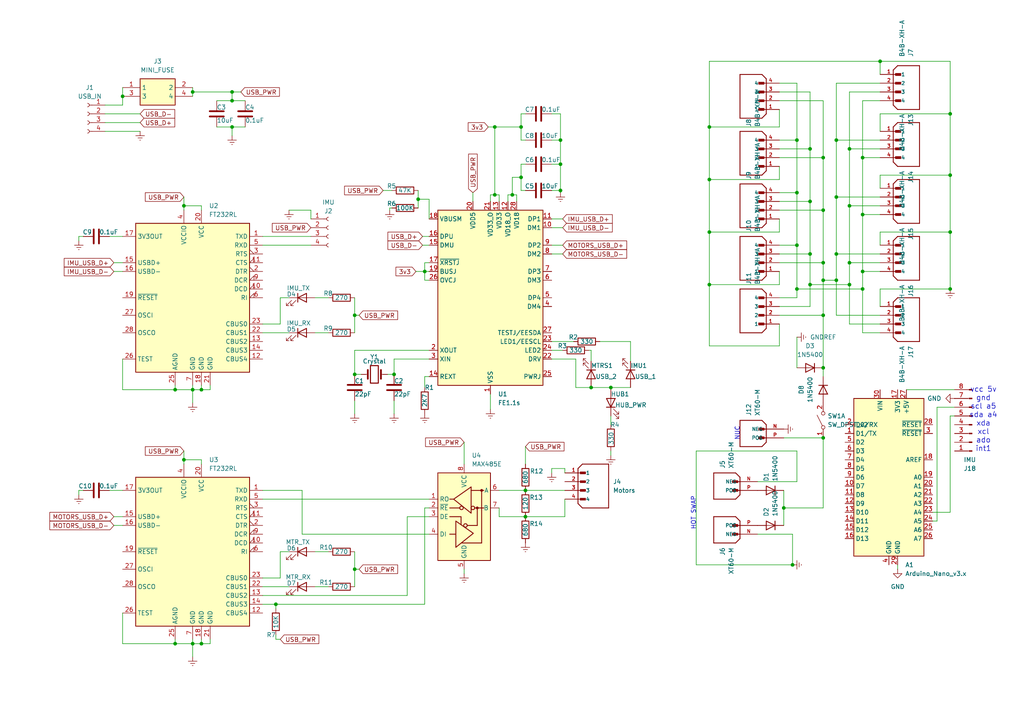
<source format=kicad_sch>
(kicad_sch (version 20231120) (generator "eeschema") (generator_version "8.0")
  (paper "A4")
  (title_block (title "Communication Board for Humanoid Robot"))
  (junction (at 275.59 83.82))
  (junction (at 275.59 33.02))
  (junction (at 242.57 73.66))
  (junction (at 238.76 91.44))
  (junction (at 231.14 71.12))
  (junction (at 242.57 40.64))
  (junction (at 234.95 43.18))
  (junction (at 234.95 82.55))
  (junction (at 238.76 60.96))
  (junction (at 250.19 78.74))
  (junction (at 50.8 186.69))
  (junction (at 231.14 83.82))
  (junction (at 177.165 112.395))
  (junction (at 53.34 133.35))
  (junction (at 238.76 81.28))
  (junction (at 102.87 165.1))
  (junction (at 58.42 186.69))
  (junction (at 231.14 55.88))
  (junction (at 242.57 81.28))
  (junction (at 238.76 45.72))
  (junction (at 234.95 58.42))
  (junction (at 102.87 108.585))
  (junction (at 250.19 45.72))
  (junction (at 229.87 163.83))
  (junction (at 162.56 55.245))
  (junction (at 114.3 108.585))
  (junction (at 246.38 59.69))
  (junction (at 55.88 113.03))
  (junction (at 55.88 186.69))
  (junction (at 205.74 52.07))
  (junction (at 151.13 36.83))
  (junction (at 275.59 50.8))
  (junction (at 227.33 147.32))
  (junction (at 231.14 40.64))
  (junction (at 102.87 91.44))
  (junction (at 151.13 51.435))
  (junction (at 246.38 82.55))
  (junction (at 205.74 67.31))
  (junction (at 143.51 36.83))
  (junction (at 148.59 56.515))
  (junction (at 238.76 76.2))
  (junction (at 80.01 175.26))
  (junction (at 255.27 17.78))
  (junction (at 250.19 83.82))
  (junction (at 250.19 62.23))
  (junction (at 162.56 40.64))
  (junction (at 123.19 78.74))
  (junction (at 162.56 47.625))
  (junction (at 35.56 27.94))
  (junction (at 55.88 26.67))
  (junction (at 234.95 73.66))
  (junction (at 246.38 76.2))
  (junction (at 275.59 67.31))
  (junction (at 171.45 112.395))
  (junction (at 50.8 113.03))
  (junction (at 121.285 57.785))
  (junction (at 143.51 56.515))
  (junction (at 67.31 36.83))
  (junction (at 242.57 57.15))
  (junction (at 246.38 43.18))
  (junction (at 67.31 26.67))
  (junction (at 53.34 59.69))
  (junction (at 205.74 82.55))
  (junction (at 238.76 106.68))
  (junction (at 238.76 127))
  (junction (at 152.4 149.86))
  (junction (at 58.42 113.03))
  (junction (at 67.31 29.21))
  (junction (at 152.4 142.24))
  (junction (at 205.74 36.83))
  (wire (pts (xy 50.8 186.69) (xy 55.88 186.69)))
  (wire (pts (xy 67.31 26.67) (xy 67.31 29.21)))
  (wire (pts (xy 118.11 172.72) (xy 118.11 149.86)))
  (wire (pts (xy 162.56 55.245) (xy 160.02 55.245)))
  (wire (pts (xy 95.25 160.02) (xy 91.44 160.02)))
  (wire (pts (xy 60.96 111.76) (xy 60.96 113.03)))
  (wire (pts (xy 238.76 106.68) (xy 238.76 109.22)))
  (wire (pts (xy 102.87 91.44) (xy 102.87 86.36)))
  (wire (pts (xy 231.14 83.82) (xy 231.14 71.12)))
  (wire (pts (xy 163.83 135.89) (xy 160.02 135.89)))
  (wire (pts (xy 234.95 43.18) (xy 234.95 26.67)))
  (wire (pts (xy 114.3 120.015) (xy 114.3 116.205)))
  (wire (pts (xy 275.59 50.8) (xy 275.59 67.31)))
  (wire (pts (xy 53.34 57.15) (xy 53.34 59.69)))
  (wire (pts (xy 163.83 137.16) (xy 163.83 135.89)))
  (wire (pts (xy 144.78 56.515) (xy 144.78 58.42)))
  (wire (pts (xy 76.2 172.72) (xy 118.11 172.72)))
  (wire (pts (xy 205.74 52.07) (xy 205.74 36.83)))
  (wire (pts (xy 238.76 127) (xy 238.76 147.32)))
  (wire (pts (xy 231.14 40.64) (xy 231.14 24.13)))
  (wire (pts (xy 33.02 152.4) (xy 35.56 152.4)))
  (wire (pts (xy 275.59 120.65) (xy 276.86 120.65)))
  (wire (pts (xy 60.96 186.69) (xy 58.42 186.69)))
  (wire (pts (xy 76.2 175.26) (xy 80.01 175.26)))
  (wire (pts (xy 80.01 185.42) (xy 80.01 184.15)))
  (wire (pts (xy 205.74 100.33) (xy 205.74 82.55)))
  (wire (pts (xy 144.78 142.24) (xy 152.4 142.24)))
  (wire (pts (xy 229.87 163.83) (xy 229.87 154.94)))
  (wire (pts (xy 123.19 76.2) (xy 123.19 78.74)))
  (wire (pts (xy 231.14 83.82) (xy 250.19 83.82)))
  (wire (pts (xy 226.06 86.36) (xy 231.14 86.36)))
  (wire (pts (xy 255.27 78.74) (xy 250.19 78.74)))
  (wire (pts (xy 31.75 142.24) (xy 35.56 142.24)))
  (wire (pts (xy 275.59 33.02) (xy 275.59 50.8)))
  (wire (pts (xy 151.13 33.02) (xy 151.13 36.83)))
  (wire (pts (xy 55.88 25.4) (xy 55.88 26.67)))
  (wire (pts (xy 62.865 29.21) (xy 67.31 29.21)))
  (wire (pts (xy 163.83 149.86) (xy 163.83 144.78)))
  (wire (pts (xy 151.13 51.435) (xy 151.13 55.245)))
  (wire (pts (xy 87.63 142.24) (xy 87.63 154.94)))
  (wire (pts (xy 242.57 73.66) (xy 242.57 81.28)))
  (wire (pts (xy 122.555 71.12) (xy 124.46 71.12)))
  (wire (pts (xy 163.195 66.04) (xy 160.02 66.04)))
  (wire (pts (xy 95.25 170.18) (xy 91.44 170.18)))
  (wire (pts (xy 255.27 40.64) (xy 242.57 40.64)))
  (wire (pts (xy 246.38 26.67) (xy 246.38 43.18)))
  (wire (pts (xy 124.46 109.22) (xy 123.19 109.22)))
  (wire (pts (xy 226.06 73.66) (xy 234.95 73.66)))
  (wire (pts (xy 141.605 36.83) (xy 143.51 36.83)))
  (wire (pts (xy 255.27 76.2) (xy 246.38 76.2)))
  (wire (pts (xy 226.06 36.83) (xy 205.74 36.83)))
  (wire (pts (xy 177.165 120.65) (xy 177.165 123.19)))
  (wire (pts (xy 24.13 68.58) (xy 22.86 68.58)))
  (wire (pts (xy 260.35 163.83) (xy 260.35 165.1)))
  (wire (pts (xy 76.2 142.24) (xy 87.63 142.24)))
  (wire (pts (xy 226.06 48.26) (xy 226.06 52.07)))
  (wire (pts (xy 205.74 36.83) (xy 205.74 17.78)))
  (wire (pts (xy 137.16 58.42) (xy 137.16 55.88)))
  (wire (pts (xy 226.06 76.2) (xy 238.76 76.2)))
  (wire (pts (xy 201.93 163.83) (xy 229.87 163.83)))
  (wire (pts (xy 246.38 82.55) (xy 246.38 93.98)))
  (wire (pts (xy 226.06 91.44) (xy 238.76 91.44)))
  (wire (pts (xy 231.14 86.36) (xy 231.14 83.82)))
  (wire (pts (xy 55.88 186.69) (xy 58.42 186.69)))
  (wire (pts (xy 30.48 30.48) (xy 35.56 30.48)))
  (wire (pts (xy 162.56 33.02) (xy 162.56 40.64)))
  (wire (pts (xy 151.13 33.02) (xy 152.4 33.02)))
  (wire (pts (xy 255.27 33.02) (xy 275.59 33.02)))
  (wire (pts (xy 171.45 112.395) (xy 177.165 112.395)))
  (wire (pts (xy 255.27 73.66) (xy 242.57 73.66)))
  (wire (pts (xy 173.99 99.06) (xy 182.88 99.06)))
  (wire (pts (xy 226.06 78.74) (xy 226.06 82.55)))
  (wire (pts (xy 177.165 132.08) (xy 177.165 130.81)))
  (wire (pts (xy 255.27 21.59) (xy 255.27 17.78)))
  (wire (pts (xy 231.14 71.12) (xy 231.14 55.88)))
  (wire (pts (xy 35.56 177.8) (xy 35.56 186.69)))
  (wire (pts (xy 76.2 170.18) (xy 83.82 170.18)))
  (wire (pts (xy 95.25 96.52) (xy 91.44 96.52)))
  (wire (pts (xy 255.27 38.1) (xy 255.27 33.02)))
  (wire (pts (xy 144.78 149.86) (xy 152.4 149.86)))
  (wire (pts (xy 60.96 185.42) (xy 60.96 186.69)))
  (wire (pts (xy 123.19 78.74) (xy 124.46 78.74)))
  (wire (pts (xy 162.56 33.02) (xy 160.02 33.02)))
  (wire (pts (xy 33.02 149.86) (xy 35.56 149.86)))
  (wire (pts (xy 219.71 139.7) (xy 231.14 139.7)))
  (wire (pts (xy 255.27 88.9) (xy 255.27 83.82)))
  (wire (pts (xy 229.87 154.94) (xy 219.71 154.94)))
  (wire (pts (xy 205.74 82.55) (xy 205.74 67.31)))
  (wire (pts (xy 151.13 55.245) (xy 152.4 55.245)))
  (wire (pts (xy 113.03 60.325) (xy 113.665 60.325)))
  (wire (pts (xy 226.06 88.9) (xy 234.95 88.9)))
  (wire (pts (xy 234.95 82.55) (xy 234.95 73.66)))
  (wire (pts (xy 255.27 24.13) (xy 242.57 24.13)))
  (wire (pts (xy 226.06 31.75) (xy 226.06 36.83)))
  (wire (pts (xy 53.34 130.81) (xy 53.34 133.35)))
  (wire (pts (xy 151.13 36.83) (xy 151.13 40.64)))
  (wire (pts (xy 69.85 26.67) (xy 67.31 26.67)))
  (wire (pts (xy 55.88 186.69) (xy 55.88 190.5)))
  (wire (pts (xy 226.06 63.5) (xy 226.06 67.31)))
  (wire (pts (xy 102.87 108.585) (xy 104.775 108.585)))
  (wire (pts (xy 22.86 142.24) (xy 22.86 143.51)))
  (wire (pts (xy 35.56 104.14) (xy 35.56 113.03)))
  (wire (pts (xy 226.06 55.88) (xy 231.14 55.88)))
  (wire (pts (xy 147.32 56.515) (xy 148.59 56.515)))
  (wire (pts (xy 250.19 29.21) (xy 250.19 45.72)))
  (wire (pts (xy 238.76 45.72) (xy 238.76 29.21)))
  (wire (pts (xy 162.56 47.625) (xy 162.56 55.245)))
  (wire (pts (xy 226.06 26.67) (xy 234.95 26.67)))
  (wire (pts (xy 246.38 43.18) (xy 246.38 59.69)))
  (wire (pts (xy 95.25 86.36) (xy 91.44 86.36)))
  (wire (pts (xy 227.33 152.4) (xy 227.33 147.32)))
  (wire (pts (xy 50.8 185.42) (xy 50.8 186.69)))
  (wire (pts (xy 250.19 83.82) (xy 250.19 96.52)))
  (wire (pts (xy 148.59 56.515) (xy 149.86 56.515)))
  (wire (pts (xy 152.4 142.24) (xy 163.83 142.24)))
  (wire (pts (xy 151.13 47.625) (xy 151.13 51.435)))
  (wire (pts (xy 33.02 76.2) (xy 35.56 76.2)))
  (wire (pts (xy 238.76 147.32) (xy 227.33 147.32)))
  (wire (pts (xy 234.95 88.9) (xy 234.95 82.55)))
  (wire (pts (xy 58.42 111.76) (xy 58.42 113.03)))
  (wire (pts (xy 182.88 99.06) (xy 182.88 104.775)))
  (wire (pts (xy 226.06 40.64) (xy 231.14 40.64)))
  (wire (pts (xy 242.57 81.28) (xy 242.57 91.44)))
  (wire (pts (xy 162.56 55.88) (xy 162.56 55.245)))
  (wire (pts (xy 255.27 57.15) (xy 242.57 57.15)))
  (wire (pts (xy 67.31 36.83) (xy 71.12 36.83)))
  (wire (pts (xy 134.62 128.27) (xy 134.62 134.62)))
  (wire (pts (xy 255.27 29.21) (xy 250.19 29.21)))
  (wire (pts (xy 149.86 56.515) (xy 149.86 58.42)))
  (wire (pts (xy 234.95 73.66) (xy 234.95 58.42)))
  (wire (pts (xy 226.06 71.12) (xy 231.14 71.12)))
  (wire (pts (xy 255.27 43.18) (xy 246.38 43.18)))
  (wire (pts (xy 142.24 56.515) (xy 143.51 56.515)))
  (wire (pts (xy 231.14 139.7) (xy 231.14 130.81)))
  (wire (pts (xy 171.45 101.6) (xy 170.815 101.6)))
  (wire (pts (xy 238.76 60.96) (xy 238.76 45.72)))
  (wire (pts (xy 275.59 17.78) (xy 275.59 33.02)))
  (wire (pts (xy 226.06 58.42) (xy 234.95 58.42)))
  (wire (pts (xy 167.005 112.395) (xy 171.45 112.395)))
  (wire (pts (xy 55.88 113.03) (xy 55.88 116.84)))
  (wire (pts (xy 142.24 114.3) (xy 142.24 118.745)))
  (wire (pts (xy 123.19 175.26) (xy 123.19 147.32)))
  (wire (pts (xy 124.46 57.785) (xy 124.46 63.5)))
  (wire (pts (xy 123.19 78.74) (xy 123.19 81.28)))
  (wire (pts (xy 58.42 59.69) (xy 53.34 59.69)))
  (wire (pts (xy 160.02 73.66) (xy 163.195 73.66)))
  (wire (pts (xy 255.27 93.98) (xy 246.38 93.98)))
  (wire (pts (xy 255.27 83.82) (xy 275.59 83.82)))
  (wire (pts (xy 120.65 78.74) (xy 123.19 78.74)))
  (wire (pts (xy 255.27 54.61) (xy 255.27 50.8)))
  (wire (pts (xy 58.42 185.42) (xy 58.42 186.69)))
  (wire (pts (xy 271.78 151.13) (xy 271.78 118.11)))
  (wire (pts (xy 226.06 24.13) (xy 231.14 24.13)))
  (wire (pts (xy 102.87 101.6) (xy 124.46 101.6)))
  (wire (pts (xy 83.82 160.02) (xy 81.28 160.02)))
  (wire (pts (xy 226.06 93.98) (xy 226.06 100.33)))
  (wire (pts (xy 160.02 71.12) (xy 163.195 71.12)))
  (wire (pts (xy 90.17 60.96) (xy 83.82 60.96)))
  (wire (pts (xy 102.87 101.6) (xy 102.87 108.585)))
  (wire (pts (xy 55.88 186.69) (xy 55.88 185.42)))
  (wire (pts (xy 143.51 36.83) (xy 151.13 36.83)))
  (wire (pts (xy 242.57 24.13) (xy 242.57 40.64)))
  (wire (pts (xy 111.125 55.245) (xy 113.665 55.245)))
  (wire (pts (xy 144.78 149.86) (xy 144.78 147.32)))
  (wire (pts (xy 40.64 35.56) (xy 30.48 35.56)))
  (wire (pts (xy 118.11 149.86) (xy 124.46 149.86)))
  (wire (pts (xy 270.51 148.59) (xy 275.59 148.59)))
  (wire (pts (xy 234.95 58.42) (xy 234.95 43.18)))
  (wire (pts (xy 205.74 67.31) (xy 226.06 67.31)))
  (wire (pts (xy 255.27 59.69) (xy 246.38 59.69)))
  (wire (pts (xy 123.19 81.28) (xy 124.46 81.28)))
  (wire (pts (xy 55.88 113.03) (xy 55.88 111.76)))
  (wire (pts (xy 123.19 147.32) (xy 124.46 147.32)))
  (wire (pts (xy 122.555 68.58) (xy 124.46 68.58)))
  (wire (pts (xy 205.74 17.78) (xy 255.27 17.78)))
  (wire (pts (xy 205.74 67.31) (xy 205.74 52.07)))
  (wire (pts (xy 160.02 104.14) (xy 167.005 104.14)))
  (wire (pts (xy 238.76 91.44) (xy 238.76 81.28)))
  (wire (pts (xy 58.42 60.96) (xy 58.42 59.69)))
  (wire (pts (xy 160.02 135.89) (xy 160.02 137.16)))
  (wire (pts (xy 205.74 82.55) (xy 226.06 82.55)))
  (wire (pts (xy 113.03 60.96) (xy 113.03 60.325)))
  (wire (pts (xy 275.59 148.59) (xy 275.59 120.65)))
  (wire (pts (xy 255.27 67.31) (xy 275.59 67.31)))
  (wire (pts (xy 81.28 93.98) (xy 76.2 93.98)))
  (wire (pts (xy 121.285 57.785) (xy 124.46 57.785)))
  (wire (pts (xy 53.34 59.69) (xy 53.34 60.96)))
  (wire (pts (xy 250.19 96.52) (xy 255.27 96.52)))
  (wire (pts (xy 102.87 165.1) (xy 102.87 170.18)))
  (wire (pts (xy 255.27 71.12) (xy 255.27 67.31)))
  (wire (pts (xy 143.51 56.515) (xy 144.78 56.515)))
  (wire (pts (xy 76.2 144.78) (xy 124.46 144.78)))
  (wire (pts (xy 226.06 52.07) (xy 205.74 52.07)))
  (wire (pts (xy 255.27 50.8) (xy 275.59 50.8)))
  (wire (pts (xy 152.4 129.54) (xy 152.4 134.62)))
  (wire (pts (xy 231.14 130.81) (xy 201.93 130.81)))
  (wire (pts (xy 250.19 62.23) (xy 250.19 78.74)))
  (wire (pts (xy 163.195 101.6) (xy 160.02 101.6)))
  (wire (pts (xy 24.13 142.24) (xy 22.86 142.24)))
  (wire (pts (xy 80.01 176.53) (xy 80.01 175.26)))
  (wire (pts (xy 250.19 78.74) (xy 250.19 83.82)))
  (wire (pts (xy 242.57 57.15) (xy 242.57 73.66)))
  (wire (pts (xy 262.89 113.03) (xy 276.86 113.03)))
  (wire (pts (xy 238.76 81.28) (xy 242.57 81.28)))
  (wire (pts (xy 227.33 147.32) (xy 227.33 142.24)))
  (wire (pts (xy 81.28 160.02) (xy 81.28 167.64)))
  (wire (pts (xy 67.31 29.21) (xy 71.12 29.21)))
  (wire (pts (xy 238.76 76.2) (xy 238.76 60.96)))
  (wire (pts (xy 121.285 57.785) (xy 121.285 55.245)))
  (wire (pts (xy 250.19 45.72) (xy 250.19 62.23)))
  (wire (pts (xy 255.27 45.72) (xy 250.19 45.72)))
  (wire (pts (xy 76.2 96.52) (xy 83.82 96.52)))
  (wire (pts (xy 201.93 130.81) (xy 201.93 163.83)))
  (wire (pts (xy 227.33 127) (xy 238.76 127)))
  (wire (pts (xy 255.27 26.67) (xy 246.38 26.67)))
  (wire (pts (xy 55.88 26.67) (xy 55.88 27.94)))
  (wire (pts (xy 151.13 40.64) (xy 152.4 40.64)))
  (wire (pts (xy 171.45 104.775) (xy 171.45 101.6)))
  (wire (pts (xy 242.57 40.64) (xy 242.57 57.15)))
  (wire (pts (xy 62.865 36.83) (xy 67.31 36.83)))
  (wire (pts (xy 152.4 149.86) (xy 163.83 149.86)))
  (wire (pts (xy 121.285 60.325) (xy 121.285 57.785)))
  (wire (pts (xy 246.38 76.2) (xy 246.38 82.55)))
  (wire (pts (xy 255.27 17.78) (xy 275.59 17.78)))
  (wire (pts (xy 151.13 47.625) (xy 152.4 47.625)))
  (wire (pts (xy 83.82 86.36) (xy 81.28 86.36)))
  (wire (pts (xy 102.87 165.1) (xy 102.87 160.02)))
  (wire (pts (xy 246.38 59.69) (xy 246.38 76.2)))
  (wire (pts (xy 58.42 134.62) (xy 58.42 133.35)))
  (wire (pts (xy 114.3 104.14) (xy 114.3 108.585)))
  (wire (pts (xy 76.2 68.58) (xy 90.17 68.58)))
  (wire (pts (xy 55.88 113.03) (xy 58.42 113.03)))
  (wire (pts (xy 58.42 133.35) (xy 53.34 133.35)))
  (wire (pts (xy 60.96 113.03) (xy 58.42 113.03)))
  (wire (pts (xy 226.06 100.33) (xy 205.74 100.33)))
  (wire (pts (xy 238.76 81.28) (xy 238.76 76.2)))
  (wire (pts (xy 270.51 151.13) (xy 271.78 151.13)))
  (wire (pts (xy 226.06 29.21) (xy 238.76 29.21)))
  (wire (pts (xy 271.78 118.11) (xy 276.86 118.11)))
  (wire (pts (xy 162.56 40.64) (xy 160.02 40.64)))
  (wire (pts (xy 50.8 113.03) (xy 55.88 113.03)))
  (wire (pts (xy 142.24 58.42) (xy 142.24 56.515)))
  (wire (pts (xy 55.88 26.67) (xy 67.31 26.67)))
  (wire (pts (xy 124.46 76.2) (xy 123.19 76.2)))
  (wire (pts (xy 226.06 60.96) (xy 238.76 60.96)))
  (wire (pts (xy 40.64 38.1) (xy 30.48 38.1)))
  (wire (pts (xy 35.56 30.48) (xy 35.56 27.94)))
  (wire (pts (xy 167.005 104.14) (xy 167.005 112.395)))
  (wire (pts (xy 226.06 43.18) (xy 234.95 43.18)))
  (wire (pts (xy 238.76 91.44) (xy 238.76 106.68)))
  (wire (pts (xy 148.59 56.515) (xy 148.59 51.435)))
  (wire (pts (xy 35.56 113.03) (xy 50.8 113.03)))
  (wire (pts (xy 231.14 55.88) (xy 231.14 40.64)))
  (wire (pts (xy 80.01 175.26) (xy 123.19 175.26)))
  (wire (pts (xy 76.2 71.12) (xy 90.17 71.12)))
  (wire (pts (xy 22.86 68.58) (xy 22.86 69.85)))
  (wire (pts (xy 104.14 91.44) (xy 102.87 91.44)))
  (wire (pts (xy 81.28 185.42) (xy 80.01 185.42)))
  (wire (pts (xy 67.31 39.37) (xy 67.31 36.83)))
  (wire (pts (xy 35.56 186.69) (xy 50.8 186.69)))
  (wire (pts (xy 112.395 108.585) (xy 114.3 108.585)))
  (wire (pts (xy 114.3 104.14) (xy 124.46 104.14)))
  (wire (pts (xy 226.06 45.72) (xy 238.76 45.72)))
  (wire (pts (xy 40.64 33.02) (xy 30.48 33.02)))
  (wire (pts (xy 148.59 51.435) (xy 151.13 51.435)))
  (wire (pts (xy 53.34 133.35) (xy 53.34 134.62)))
  (wire (pts (xy 162.56 40.64) (xy 162.56 47.625)))
  (wire (pts (xy 234.95 82.55) (xy 246.38 82.55)))
  (wire (pts (xy 123.19 109.22) (xy 123.19 112.395)))
  (wire (pts (xy 102.87 120.015) (xy 102.87 116.205)))
  (wire (pts (xy 104.14 165.1) (xy 102.87 165.1)))
  (wire (pts (xy 143.51 36.83) (xy 143.51 56.515)))
  (wire (pts (xy 81.28 86.36) (xy 81.28 93.98)))
  (wire (pts (xy 50.8 111.76) (xy 50.8 113.03)))
  (wire (pts (xy 177.165 112.395) (xy 177.165 113.03)))
  (wire (pts (xy 33.02 78.74) (xy 35.56 78.74)))
  (wire (pts (xy 87.63 154.94) (xy 124.46 154.94)))
  (wire (pts (xy 162.56 47.625) (xy 160.02 47.625)))
  (wire (pts (xy 163.195 63.5) (xy 160.02 63.5)))
  (wire (pts (xy 90.17 60.96) (xy 90.17 63.5)))
  (wire (pts (xy 134.62 165.1) (xy 134.62 166.37)))
  (wire (pts (xy 31.75 68.58) (xy 35.56 68.58)))
  (wire (pts (xy 147.32 58.42) (xy 147.32 56.515)))
  (wire (pts (xy 242.57 91.44) (xy 255.27 91.44)))
  (wire (pts (xy 255.27 62.23) (xy 250.19 62.23)))
  (wire (pts (xy 81.28 167.64) (xy 76.2 167.64)))
  (wire (pts (xy 275.59 67.31) (xy 275.59 83.82)))
  (wire (pts (xy 102.87 91.44) (xy 102.87 96.52)))
  (wire (pts (xy 177.165 112.395) (xy 182.88 112.395)))
  (wire (pts (xy 231.14 106.68) (xy 231.14 97.79)))
  (wire (pts (xy 35.56 25.4) (xy 35.56 27.94)))
  (wire (pts (xy 166.37 99.06) (xy 160.02 99.06)))
  (text "NUC\n" (at 213.868 125.73 90) (effects (font (size 1.27 1.27))))
  (text "vcc 5v\ngnd\nscl a5\nsda a4\nxda\nxcl\nado\nint1" (at 285.242 121.666 0) (effects (font (size 1.524 1.524))))
  (text "HOT SWAP\n" (at 201.168 148.844 90) (effects (font (size 1.27 1.27))))
  (global_label "3v3" (shape input) (at 141.605 36.83 180) (property "Intersheetrefs" "${INTERSHEET_REFS}" (effects (hide yes))))
  (global_label "USB_PWR" (shape input) (at 137.16 55.88 90) (property "Intersheetrefs" "${INTERSHEET_REFS}" (effects (hide yes))))
  (global_label "USB_PWR" (shape input) (at 81.28 185.42 0) (property "Intersheetrefs" "${INTERSHEET_REFS}" (effects (hide yes))))
  (global_label "USB_PWR" (shape input) (at 104.14 165.1 0) (property "Intersheetrefs" "${INTERSHEET_REFS}" (effects (hide yes))))
  (global_label "USB_PWR" (shape input) (at 53.34 57.15 180) (property "Intersheetrefs" "${INTERSHEET_REFS}" (effects (hide yes))))
  (global_label "IMU_USB_D+" (shape input) (at 163.195 63.5 0) (property "Intersheetrefs" "${INTERSHEET_REFS}" (effects (hide yes))))
  (global_label "USB_PWR" (shape input) (at 53.34 130.81 180) (property "Intersheetrefs" "${INTERSHEET_REFS}" (effects (hide yes))))
  (global_label "USB_PWR" (shape input) (at 90.17 66.04 180) (property "Intersheetrefs" "${INTERSHEET_REFS}" (effects (hide yes))))
  (global_label "IMU_USB_D-" (shape input) (at 33.02 78.74 180) (property "Intersheetrefs" "${INTERSHEET_REFS}" (effects (hide yes))))
  (global_label "MOTORS_USB_D-" (shape input) (at 33.02 152.4 180) (property "Intersheetrefs" "${INTERSHEET_REFS}" (effects (hide yes))))
  (global_label "USB_D+" (shape input) (at 122.555 68.58 180) (property "Intersheetrefs" "${INTERSHEET_REFS}" (effects (hide yes))))
  (global_label "MOTORS_USB_D+" (shape input) (at 33.02 149.86 180) (property "Intersheetrefs" "${INTERSHEET_REFS}" (effects (hide yes))))
  (global_label "IMU_USB_D+" (shape input) (at 33.02 76.2 180) (property "Intersheetrefs" "${INTERSHEET_REFS}" (effects (hide yes))))
  (global_label "USB_D-" (shape input) (at 122.555 71.12 180) (property "Intersheetrefs" "${INTERSHEET_REFS}" (effects (hide yes))))
  (global_label "USB_PWR" (shape input) (at 69.85 26.67 0) (property "Intersheetrefs" "${INTERSHEET_REFS}" (effects (hide yes))))
  (global_label "USB_PWR" (shape input) (at 134.62 128.27 180) (property "Intersheetrefs" "${INTERSHEET_REFS}" (effects (hide yes))))
  (global_label "IMU_USB_D-" (shape input) (at 163.195 66.04 0) (property "Intersheetrefs" "${INTERSHEET_REFS}" (effects (hide yes))))
  (global_label "USB_PWR" (shape input) (at 152.4 129.54 0) (property "Intersheetrefs" "${INTERSHEET_REFS}" (effects (hide yes))))
  (global_label "3v3" (shape input) (at 120.65 78.74 180) (property "Intersheetrefs" "${INTERSHEET_REFS}" (effects (hide yes))))
  (global_label "USB_PWR" (shape input) (at 104.14 91.44 0) (property "Intersheetrefs" "${INTERSHEET_REFS}" (effects (hide yes))))
  (global_label "USB_D-" (shape input) (at 40.64 33.02 0) (property "Intersheetrefs" "${INTERSHEET_REFS}" (effects (hide yes))))
  (global_label "USB_D+" (shape input) (at 40.64 35.56 0) (property "Intersheetrefs" "${INTERSHEET_REFS}" (effects (hide yes))))
  (global_label "MOTORS_USB_D-" (shape input) (at 163.195 73.66 0) (property "Intersheetrefs" "${INTERSHEET_REFS}" (effects (hide yes))))
  (global_label "USB_PWR" (shape input) (at 111.125 55.245 180) (property "Intersheetrefs" "${INTERSHEET_REFS}" (effects (hide yes))))
  (global_label "MOTORS_USB_D+" (shape input) (at 163.195 71.12 0) (property "Intersheetrefs" "${INTERSHEET_REFS}" (effects (hide yes))))
  (symbol (lib_id "power:GNDREF") (at 177.165 132.08 0) (unit 1)
    (property "Reference" "#PWR04" (effects (hide yes)))
    (property "Value" "GNDREF" (effects (hide yes)))
  )
  (symbol (lib_id "power:GNDREF") (at 83.82 60.96 0) (unit 1)
    (property "Reference" "#PWR012" (effects (hide yes)))
    (property "Value" "GNDREF" (effects (hide yes)))
  )
  (symbol (lib_id "Device:R") (at 117.475 60.325 90) (unit 1)
    (property "Reference" "R6" (at 114.935 59.055 90) (effects (justify left)))
    (property "Value" "100K" (at 120.015 60.325 90) (effects (justify left)))
    (property "Footprint" "Resistor_SMD:R_1206_3216Metric" (effects (hide yes)))
  )
  (symbol (lib_id "Connector:Conn_01x08_Pin") (at 281.94 123.19 180) (unit 1)
    (property "Reference" "J18" (at 281.305 135.89 0))
    (property "Value" "IMU" (at 281.305 133.35 0))
    (property "Footprint" "Connector_PinSocket_2.54mm:PinSocket_1x08_P2.54mm_Vertical" (effects (hide yes)))
    (property "Description" "Generic connector, single row, 01x08, script generated" (effects (hide yes)))
  )
  (symbol (lib_id "power:GNDREF") (at 142.24 118.745 0) (unit 1)
    (property "Reference" "#PWR06" (effects (hide yes)))
    (property "Value" "GNDREF" (effects (hide yes)))
  )
  (symbol (lib_id "Device:C") (at 156.21 47.625 90) (unit 1)
    (property "Reference" "C6" (at 154.94 46.355 90) (effects (justify left)))
    (property "Value" "0.1uF" (at 162.56 46.355 90) (effects (justify left)))
    (property "Footprint" "Capacitor_SMD:C_1206_3216Metric" (effects (hide yes)))
  )
  (symbol (lib_id "Switch:SW_DPST_x2") (at 238.76 121.92 90) (unit 1)
    (property "Reference" "SW1" (at 240.03 120.6499 90) (effects (justify right)))
    (property "Value" "SW_DPST_x2" (at 240.03 123.1899 90) (effects (justify right)))
    (property "Footprint" "Connector_Pin:Pin_D1.1mm_L10.2mm_W3.5mm_Flat" (effects (hide yes)))
    (property "Description" "Single Pole Single Throw (SPST) switch, separate symbol" (effects (hide yes)))
  )
  (symbol (lib_id "humanoid:MINI_FUSE") (at 35.56 25.4 0) (unit 1)
    (property "Reference" "J3" (at 45.72 17.78 0))
    (property "Value" "MINI_FUSE" (at 45.72 20.32 0))
    (property "Footprint" "humanoid:MINI_FUSE" (effects (hide yes)))
    (property "Datasheet" "http://www.keyelco.com/product-pdf.cfm?p=296" (effects (hide yes)))
    (property "Description" "THM 2 in 1 Auto Blade Holder P/N 3557-2" (effects (hide yes)))
    (property "Mouser Part Number" "534-3557-2" (effects (hide yes)))
    (property "Mouser Price/Stock" "https://www.mouser.co.uk/ProductDetail/Keystone-Electronics/3557-2?qs=cxy41lVAGV%2FfbyASjpXK1g%3D%3D" (effects (hide yes)))
    (property "Manufacturer_Name" "Keystone Electronics" (effects (hide yes)))
    (property "Manufacturer_Part_Number" "3557-2" (effects (hide yes)))
  )
  (symbol (lib_id "Device:C") (at 27.94 68.58 90) (unit 1)
    (property "Reference" "C9" (at 26.67 67.31 90) (effects (justify left)))
    (property "Value" "0.1uF" (at 34.29 67.31 90) (effects (justify left)))
    (property "Footprint" "Capacitor_SMD:C_1206_3216Metric" (effects (hide yes)))
  )
  (symbol (lib_id "Device:LED") (at 87.63 170.18 0) (unit 1)
    (property "Reference" "D7" (at 85.852 169.164 0) (effects (justify right)))
    (property "Value" "MTR_RX" (at 90.17 167.386 0) (effects (justify right)))
    (property "Footprint" "LED_SMD:LED_1206_3216Metric_Pad1.42x1.75mm_HandSolder" (effects (hide yes)))
  )
  (symbol (lib_id "Device:LED") (at 171.45 108.585 270) (unit 1)
    (property "Reference" "MTRS1" (at 171.45 106.045 90) (effects (justify left)))
    (property "Value" "USB_2" (at 172.72 109.22 90) (effects (justify left)))
    (property "Footprint" "LED_SMD:LED_1206_3216Metric_Pad1.42x1.75mm_HandSolder" (effects (hide yes)))
  )
  (symbol (lib_id "power:GND") (at 260.35 165.1 0) (unit 1)
    (property "Reference" "#PWR023" (effects (hide yes)))
    (property "Value" "GND" (at 260.35 170.18 0))
    (property "Description" "Power symbol creates a global label with name \"GND\" , ground" (effects (hide yes)))
  )
  (symbol (lib_id "Device:R") (at 99.06 86.36 90) (unit 1)
    (property "Reference" "R8" (at 96.52 85.09 90) (effects (justify left)))
    (property "Value" "270" (at 99.06 86.36 90))
    (property "Footprint" "Resistor_SMD:R_1206_3216Metric" (effects (hide yes)))
  )
  (symbol (lib_id "Interface_USB:FT232RL") (at 55.88 160.02 0) (unit 1)
    (property "Reference" "U3" (at 60.6141 133.35 0) (effects (justify left)))
    (property "Value" "FT232RL" (at 60.6141 135.89 0) (effects (justify left)))
    (property "Footprint" "Package_SO:SSOP-28_5.3x10.2mm_P0.65mm" (effects (hide yes)))
    (property "Datasheet" "https://www.ftdichip.com/Support/Documents/DataSheets/ICs/DS_FT232R.pdf" (effects (hide yes)))
    (property "Description" "USB to Serial Interface, SSOP-28" (effects (hide yes)))
  )
  (symbol (lib_id "Device:C") (at 114.3 112.395 0) (unit 1)
    (property "Reference" "C2" (at 114.3 110.49 0) (effects (justify left)))
    (property "Value" "22pF" (at 114.3 114.3 0) (effects (justify left)))
    (property "Footprint" "Capacitor_SMD:C_1206_3216Metric" (effects (hide yes)))
  )
  (symbol (lib_id "power:GNDREF") (at 160.02 137.16 0) (unit 1)
    (property "Reference" "#PWR016" (effects (hide yes)))
    (property "Value" "GNDREF" (effects (hide yes)))
  )
  (symbol (lib_id "Device:R") (at 117.475 55.245 90) (unit 1)
    (property "Reference" "R5" (at 114.935 53.975 90) (effects (justify left)))
    (property "Value" "47K" (at 119.38 55.245 90) (effects (justify left)))
    (property "Footprint" "Resistor_SMD:R_1206_3216Metric" (effects (hide yes)))
  )
  (symbol (lib_id "power:GNDREF") (at 22.86 143.51 0) (unit 1)
    (property "Reference" "#PWR013" (effects (hide yes)))
    (property "Value" "GNDREF" (effects (hide yes)))
  )
  (symbol (lib_id "power:GNDREF") (at 114.3 120.015 0) (unit 1)
    (property "Reference" "#PWR02" (effects (hide yes)))
    (property "Value" "GNDREF" (effects (hide yes)))
  )
  (symbol (lib_id "power:GNDREF") (at 162.56 55.88 0) (unit 1)
    (property "Reference" "#PWR09" (effects (hide yes)))
    (property "Value" "GNDREF" (effects (hide yes)))
  )
  (symbol (lib_id "Device:R") (at 152.4 138.43 0) (unit 1)
    (property "Reference" "R12" (at 153.67 136.652 0) (effects (justify left)))
    (property "Value" "680" (at 152.4 138.43 90))
    (property "Footprint" "Resistor_SMD:R_1206_3216Metric" (effects (hide yes)))
  )
  (symbol (lib_id "power:GND") (at 276.86 115.57 270) (unit 1)
    (property "Reference" "#PWR021" (effects (hide yes)))
    (property "Value" "GND" (at 273.05 115.5701 90) (effects (justify right)))
    (property "Description" "Power symbol creates a global label with name \"GND\" , ground" (effects (hide yes)))
  )
  (symbol (lib_id "Device:C") (at 62.865 33.02 0) (unit 1)
    (property "Reference" "C3" (at 62.865 31.115 0) (effects (justify left)))
    (property "Value" "10uF" (at 62.865 34.925 0) (effects (justify left)))
    (property "Footprint" "Capacitor_SMD:C_1206_3216Metric" (effects (hide yes)))
  )
  (symbol (lib_id "power:GNDREF") (at 229.87 163.83 90) (unit 1)
    (property "Reference" "#PWR019" (effects (hide yes)))
    (property "Value" "GNDREF" (effects (hide yes)))
  )
  (symbol (lib_id "power:GNDREF") (at 123.19 120.015 0) (unit 1)
    (property "Reference" "#PWR01" (effects (hide yes)))
    (property "Value" "GNDREF" (effects (hide yes)))
  )
  (symbol (lib_id "Device:R") (at 170.18 99.06 90) (unit 1)
    (property "Reference" "R2" (at 167.64 97.79 90) (effects (justify left)))
    (property "Value" "330" (at 170.18 99.06 90))
    (property "Footprint" "Resistor_SMD:R_1206_3216Metric" (effects (hide yes)))
  )
  (symbol (lib_id "power:GNDREF") (at 113.03 60.96 0) (unit 1)
    (property "Reference" "#PWR08" (effects (hide yes)))
    (property "Value" "GNDREF" (effects (hide yes)))
  )
  (symbol (lib_id "power:GNDREF") (at 275.59 83.82 0) (unit 1)
    (property "Reference" "#PWR022" (effects (hide yes)))
    (property "Value" "GNDREF" (effects (hide yes)))
  )
  (symbol (lib_id "Diode:1N5400") (at 223.52 142.24 180) (unit 1)
    (property "Reference" "D1" (at 222.2499 139.7 90) (effects (justify right)))
    (property "Value" "1N5400" (at 224.7899 139.7 90) (effects (justify right)))
    (property "Footprint" "Diode_THT:D_DO-201AD_P15.24mm_Horizontal" (effects (hide yes)))
    (property "Datasheet" "http://www.vishay.com/docs/88516/1n5400.pdf" (effects (hide yes)))
    (property "Description" "50V 3A General Purpose Rectifier Diode, DO-201AD" (effects (hide yes)))
    (property "Sim.Device" "D" (effects (hide yes)))
    (property "Sim.Pins" "1=K 2=A" (effects (hide yes)))
  )
  (symbol (lib_id "Interface_UART:MAX485E") (at 134.62 149.86 0) (unit 1)
    (property "Reference" "U4" (at 136.8141 132.08 0) (effects (justify left)))
    (property "Value" "MAX485E" (at 136.8141 134.62 0) (effects (justify left)))
    (property "Footprint" "Package_SO:SOIC-8_3.9x4.9mm_P1.27mm" (effects (hide yes)))
    (property "Datasheet" "https://datasheets.maximintegrated.com/en/ds/MAX1487E-MAX491E.pdf" (effects (hide yes)))
    (property "Description" "Half duplex RS-485/RS-422, 2.5 Mbps, ±15kV electro-static discharge (ESD) protection, no slew-rate, no low-power shutdown, with receiver/driver enable, 32 receiver drive capability, DIP-8 and SOIC-8" (effects (hide yes)))
  )
  (symbol (lib_id "Device:R") (at 99.06 96.52 90) (unit 1)
    (property "Reference" "R9" (at 96.52 95.25 90) (effects (justify left)))
    (property "Value" "270" (at 99.06 96.52 90))
    (property "Footprint" "Resistor_SMD:R_1206_3216Metric" (effects (hide yes)))
  )
  (symbol (lib_id "MCU_Module:Arduino_Nano_v3.x") (at 257.81 138.43 0) (unit 1)
    (property "Reference" "A1" (at 262.5441 163.83 0) (effects (justify left)))
    (property "Value" "Arduino_Nano_v3.x" (at 262.5441 166.37 0) (effects (justify left)))
    (property "Footprint" "Module:Arduino_Nano" (effects (hide yes)))
    (property "Datasheet" "http://www.mouser.com/pdfdocs/Gravitech_Arduino_Nano3_0.pdf" (effects (hide yes)))
    (property "Description" "Arduino Nano v3.x" (effects (hide yes)))
  )
  (symbol (lib_id "B4B-XH-A:B4B-XH-A") (at 218.44 45.72 180) (unit 1)
    (property "Reference" "J8" (at 217.1699 36.83 90) (effects (justify right)))
    (property "Value" "B4B-XH-A" (at 219.7099 36.83 90) (effects (justify right)))
    (property "Footprint" "JST_B4B-XH-A" (effects (hide yes)))
    (property "MF" "JST Sales" (effects (hide yes)))
    (property "MAXIMUM_PACKAGE_HEIGHT" "7.00 mm" (effects (hide yes)))
    (property "Package" "None" (effects (hide yes)))
    (property "Price" "None" (effects (hide yes)))
    (property "Check_prices" "https://www.snapeda.com/parts/B4B-XH-A/JST+Sales+America+Inc./view-part/?ref=eda" (effects (hide yes)))
    (property "STANDARD" "Manufacturer Recommendations" (effects (hide yes)))
    (property "PARTREV" "7/4/21" (effects (hide yes)))
    (property "SnapEDA_Link" "https://www.snapeda.com/parts/B4B-XH-A/JST+Sales+America+Inc./view-part/?ref=snap" (effects (hide yes)))
    (property "MP" "B4B-XH-A" (effects (hide yes)))
    (property "Description_1" "\\nConnector Header Through Hole 4 position 0.098 (2.50mm)\\n" (effects (hide yes)))
    (property "Availability" "In Stock" (effects (hide yes)))
    (property "MANUFACTURER" "JST" (effects (hide yes)))
  )
  (symbol (lib_id "XT60-M:XT60-M") (at 214.63 139.7 180) (unit 1)
    (property "Reference" "J5" (at 209.5499 135.89 90) (effects (justify right)))
    (property "Value" "XT60-M" (at 212.0899 135.89 90) (effects (justify right)))
    (property "Footprint" "AMASS_XT60-M" (effects (hide yes)))
    (property "MF" "AMASS" (effects (hide yes)))
    (property "MAXIMUM_PACKAGE_HEIGHT" "16.00 mm" (effects (hide yes)))
    (property "Package" "Package" (effects (hide yes)))
    (property "Price" "None" (effects (hide yes)))
    (property "Check_prices" "https://www.snapeda.com/parts/XT60-M/AMASS/view-part/?ref=eda" (effects (hide yes)))
    (property "STANDARD" "IPC 7351B" (effects (hide yes)))
    (property "PARTREV" "V1.2" (effects (hide yes)))
    (property "SnapEDA_Link" "https://www.snapeda.com/parts/XT60-M/AMASS/view-part/?ref=snap" (effects (hide yes)))
    (property "MP" "XT60-M" (effects (hide yes)))
    (property "Description_1" "\\nPlug; DC supply; XT60; male; PIN: 2; for cable; soldered; 30A; 500V\\n" (effects (hide yes)))
    (property "Availability" "Not in stock" (effects (hide yes)))
    (property "MANUFACTURER" "AMASS" (effects (hide yes)))
  )
  (symbol (lib_id "XT60-M:XT60-M") (at 222.25 124.46 180) (unit 1)
    (property "Reference" "J12" (at 217.1699 120.65 90) (effects (justify right)))
    (property "Value" "XT60-M" (at 219.7099 120.65 90) (effects (justify right)))
    (property "Footprint" "AMASS_XT60-M" (effects (hide yes)))
    (property "MF" "AMASS" (effects (hide yes)))
    (property "MAXIMUM_PACKAGE_HEIGHT" "16.00 mm" (effects (hide yes)))
    (property "Package" "Package" (effects (hide yes)))
    (property "Price" "None" (effects (hide yes)))
    (property "Check_prices" "https://www.snapeda.com/parts/XT60-M/AMASS/view-part/?ref=eda" (effects (hide yes)))
    (property "STANDARD" "IPC 7351B" (effects (hide yes)))
    (property "PARTREV" "V1.2" (effects (hide yes)))
    (property "SnapEDA_Link" "https://www.snapeda.com/parts/XT60-M/AMASS/view-part/?ref=snap" (effects (hide yes)))
    (property "MP" "XT60-M" (effects (hide yes)))
    (property "Description_1" "\\nPlug; DC supply; XT60; male; PIN: 2; for cable; soldered; 30A; 500V\\n" (effects (hide yes)))
    (property "Availability" "Not in stock" (effects (hide yes)))
    (property "MANUFACTURER" "AMASS" (effects (hide yes)))
  )
  (symbol (lib_id "power:GNDREF") (at 102.87 120.015 0) (unit 1)
    (property "Reference" "#PWR03" (effects (hide yes)))
    (property "Value" "GNDREF" (effects (hide yes)))
  )
  (symbol (lib_id "Diode:1N5400") (at 223.52 152.4 180) (unit 1)
    (property "Reference" "D2" (at 222.2499 149.86 90) (effects (justify right)))
    (property "Value" "1N5400" (at 224.7899 149.86 90) (effects (justify right)))
    (property "Footprint" "Diode_THT:D_DO-201AD_P15.24mm_Horizontal" (effects (hide yes)))
    (property "Datasheet" "http://www.vishay.com/docs/88516/1n5400.pdf" (effects (hide yes)))
    (property "Description" "50V 3A General Purpose Rectifier Diode, DO-201AD" (effects (hide yes)))
    (property "Sim.Device" "D" (effects (hide yes)))
    (property "Sim.Pins" "1=K 2=A" (effects (hide yes)))
  )
  (symbol (lib_id "B4B-XH-A:B4B-XH-A") (at 218.44 76.2 180) (unit 1)
    (property "Reference" "J10" (at 217.1699 67.31 90) (effects (justify right)))
    (property "Value" "B4B-XH-A" (at 219.7099 67.31 90) (effects (justify right)))
    (property "Footprint" "JST_B4B-XH-A" (effects (hide yes)))
    (property "MF" "JST Sales" (effects (hide yes)))
    (property "MAXIMUM_PACKAGE_HEIGHT" "7.00 mm" (effects (hide yes)))
    (property "Package" "None" (effects (hide yes)))
    (property "Price" "None" (effects (hide yes)))
    (property "Check_prices" "https://www.snapeda.com/parts/B4B-XH-A/JST+Sales+America+Inc./view-part/?ref=eda" (effects (hide yes)))
    (property "STANDARD" "Manufacturer Recommendations" (effects (hide yes)))
    (property "PARTREV" "7/4/21" (effects (hide yes)))
    (property "SnapEDA_Link" "https://www.snapeda.com/parts/B4B-XH-A/JST+Sales+America+Inc./view-part/?ref=snap" (effects (hide yes)))
    (property "MP" "B4B-XH-A" (effects (hide yes)))
    (property "Description_1" "\\nConnector Header Through Hole 4 position 0.098 (2.50mm)\\n" (effects (hide yes)))
    (property "Availability" "In Stock" (effects (hide yes)))
    (property "MANUFACTURER" "JST" (effects (hide yes)))
  )
  (symbol (lib_id "Interface_USB:FT232RL") (at 55.88 86.36 0) (unit 1)
    (property "Reference" "U2" (at 60.6141 59.69 0) (effects (justify left)))
    (property "Value" "FT232RL" (at 60.6141 62.23 0) (effects (justify left)))
    (property "Footprint" "Package_SO:SSOP-28_5.3x10.2mm_P0.65mm" (effects (hide yes)))
    (property "Datasheet" "https://www.ftdichip.com/Support/Documents/DataSheets/ICs/DS_FT232R.pdf" (effects (hide yes)))
    (property "Description" "USB to Serial Interface, SSOP-28" (effects (hide yes)))
  )
  (symbol (lib_id "Interface_USB:FE1.1s") (at 142.24 86.36 0) (unit 1)
    (property "Reference" "U1" (at 144.4341 114.3 0) (effects (justify left)))
    (property "Value" "FE1.1s" (at 144.4341 116.84 0) (effects (justify left)))
    (property "Footprint" "Package_SO:SSOP-28_3.9x9.9mm_P0.635mm" (effects (hide yes)))
    (property "Datasheet" "https://cdn-shop.adafruit.com/product-files/2991/FE1.1s+Data+Sheet+(Rev.+1.0).pdf" (effects (hide yes)))
  )
  (symbol (lib_id "Device:C") (at 156.21 40.64 90) (unit 1)
    (property "Reference" "C8" (at 154.94 39.37 90) (effects (justify left)))
    (property "Value" "10uF" (at 161.925 39.37 90) (effects (justify left)))
    (property "Footprint" "Capacitor_SMD:C_1206_3216Metric" (effects (hide yes)))
  )
  (symbol (lib_id "power:GNDREF") (at 134.62 166.37 0) (unit 1)
    (property "Reference" "#PWR015" (effects (hide yes)))
    (property "Value" "GNDREF" (effects (hide yes)))
  )
  (symbol (lib_id "Device:C") (at 27.94 142.24 90) (unit 1)
    (property "Reference" "C10" (at 26.67 140.97 90) (effects (justify left)))
    (property "Value" "0.1uF" (at 34.29 140.97 90) (effects (justify left)))
    (property "Footprint" "Capacitor_SMD:C_1206_3216Metric" (effects (hide yes)))
  )
  (symbol (lib_id "Device:LED") (at 87.63 96.52 0) (unit 1)
    (property "Reference" "D5" (at 85.852 95.504 0) (effects (justify right)))
    (property "Value" "IMU_RX" (at 90.17 93.726 0) (effects (justify right)))
    (property "Footprint" "LED_SMD:LED_1206_3216Metric_Pad1.42x1.75mm_HandSolder" (effects (hide yes)))
  )
  (symbol (lib_id "power:GNDREF") (at 227.33 124.46 90) (unit 1)
    (property "Reference" "#PWR018" (effects (hide yes)))
    (property "Value" "GNDREF" (effects (hide yes)))
  )
  (symbol (lib_id "Device:LED") (at 177.165 116.84 90) (unit 1)
    (property "Reference" "HUB1" (at 177.165 114.3 90) (effects (justify right)))
    (property "Value" "HUB_PWR" (at 178.435 117.475 90) (effects (justify right)))
    (property "Footprint" "LED_SMD:LED_1206_3216Metric_Pad1.42x1.75mm_HandSolder" (effects (hide yes)))
  )
  (symbol (lib_id "Connector:Conn_01x04_Socket") (at 25.4 33.02 0) (mirror y) (unit 1)
    (property "Reference" "J1" (at 26.035 25.4 0))
    (property "Value" "USB_IN" (at 26.035 27.94 0))
    (property "Footprint" "Connector_PinHeader_2.54mm:PinHeader_1x04_P2.54mm_Vertical" (effects (hide yes)))
  )
  (symbol (lib_id "Device:R") (at 123.19 116.205 0) (unit 1)
    (property "Reference" "R1" (at 123.19 112.395 0) (effects (justify left)))
    (property "Value" "2K7" (at 123.19 118.11 90) (effects (justify left)))
    (property "Footprint" "Resistor_SMD:R_1206_3216Metric" (effects (hide yes)))
  )
  (symbol (lib_id "humanoid:B4B-EH-A") (at 171.45 142.24 0) (unit 1)
    (property "Reference" "J4" (at 177.8 139.6999 0) (effects (justify left)))
    (property "Value" "Motors" (at 177.8 142.2399 0) (effects (justify left)))
    (property "Footprint" "Connector_JST:JST_EH_B4B-EH-A_1x04_P2.50mm_Vertical" (effects (hide yes)))
    (property "MF" "JST" (effects (hide yes)))
    (property "MAXIMUM_PACKAGE_HEIGHT" "6mm" (effects (hide yes)))
    (property "Package" "None" (effects (hide yes)))
    (property "Price" "None" (effects (hide yes)))
    (property "Check_prices" "https://www.snapeda.com/parts/B4B-EH-A/JST/view-part/?ref=eda" (effects (hide yes)))
    (property "STANDARD" "Manufacturer Recommendations" (effects (hide yes)))
    (property "SnapEDA_Link" "https://www.snapeda.com/parts/B4B-EH-A/JST/view-part/?ref=snap" (effects (hide yes)))
    (property "MP" "B4B-EH-A" (effects (hide yes)))
    (property "Description_1" "\nConnector Header Through Hole 4 position 0.098 (2.50mm)\n" (effects (hide yes)))
    (property "MANUFACTURER" "JST" (effects (hide yes)))
    (property "Availability" "In Stock" (effects (hide yes)))
    (property "SNAPEDA_PN" "B4B-EH-A" (effects (hide yes)))
  )
  (symbol (lib_id "B4B-XH-A:B4B-XH-A") (at 218.44 29.21 180) (unit 1)
    (property "Reference" "J7" (at 264.1601 16.51 90) (effects (justify right)))
    (property "Value" "B4B-XH-A" (at 261.6201 16.51 90) (effects (justify right)))
    (property "Footprint" "JST_B4B-XH-A" (effects (hide yes)))
    (property "MF" "JST Sales" (effects (hide yes)))
    (property "MAXIMUM_PACKAGE_HEIGHT" "7.00 mm" (effects (hide yes)))
    (property "Package" "None" (effects (hide yes)))
    (property "Price" "None" (effects (hide yes)))
    (property "Check_prices" "https://www.snapeda.com/parts/B4B-XH-A/JST+Sales+America+Inc./view-part/?ref=eda" (effects (hide yes)))
    (property "STANDARD" "Manufacturer Recommendations" (effects (hide yes)))
    (property "PARTREV" "7/4/21" (effects (hide yes)))
    (property "SnapEDA_Link" "https://www.snapeda.com/parts/B4B-XH-A/JST+Sales+America+Inc./view-part/?ref=snap" (effects (hide yes)))
    (property "MP" "B4B-XH-A" (effects (hide yes)))
    (property "Description_1" "\\nConnector Header Through Hole 4 position 0.098 (2.50mm)\\n" (effects (hide yes)))
    (property "Availability" "In Stock" (effects (hide yes)))
    (property "MANUFACTURER" "JST" (effects (hide yes)))
  )
  (symbol (lib_id "Device:R") (at 152.4 153.67 180) (unit 1)
    (property "Reference" "R14" (at 157.48 151.892 0) (effects (justify left)))
    (property "Value" "680" (at 152.4 153.67 90))
    (property "Footprint" "Resistor_SMD:R_1206_3216Metric" (effects (hide yes)))
  )
  (symbol (lib_id "Device:C") (at 156.21 55.245 90) (unit 1)
    (property "Reference" "C5" (at 154.94 53.975 90) (effects (justify left)))
    (property "Value" "10uF" (at 161.925 53.975 90) (effects (justify left)))
    (property "Footprint" "Capacitor_SMD:C_1206_3216Metric" (effects (hide yes)))
  )
  (symbol (lib_id "Device:R") (at 167.005 101.6 90) (unit 1)
    (property "Reference" "R3" (at 164.465 100.33 90) (effects (justify left)))
    (property "Value" "330" (at 168.91 101.6 90) (effects (justify left)))
    (property "Footprint" "Resistor_SMD:R_1206_3216Metric" (effects (hide yes)))
  )
  (symbol (lib_id "XT60-M:XT60-M") (at 214.63 154.94 0) (mirror y) (unit 1)
    (property "Reference" "J6" (at 209.5499 158.75 90) (effects (justify right)))
    (property "Value" "XT60-M" (at 212.0899 158.75 90) (effects (justify right)))
    (property "Footprint" "AMASS_XT60-M" (effects (hide yes)))
    (property "MF" "AMASS" (effects (hide yes)))
    (property "MAXIMUM_PACKAGE_HEIGHT" "16.00 mm" (effects (hide yes)))
    (property "Package" "Package" (effects (hide yes)))
    (property "Price" "None" (effects (hide yes)))
    (property "Check_prices" "https://www.snapeda.com/parts/XT60-M/AMASS/view-part/?ref=eda" (effects (hide yes)))
    (property "STANDARD" "IPC 7351B" (effects (hide yes)))
    (property "PARTREV" "V1.2" (effects (hide yes)))
    (property "SnapEDA_Link" "https://www.snapeda.com/parts/XT60-M/AMASS/view-part/?ref=snap" (effects (hide yes)))
    (property "MP" "XT60-M" (effects (hide yes)))
    (property "Description_1" "\\nPlug; DC supply; XT60; male; PIN: 2; for cable; soldered; 30A; 500V\\n" (effects (hide yes)))
    (property "Availability" "Not in stock" (effects (hide yes)))
    (property "MANUFACTURER" "AMASS" (effects (hide yes)))
  )
  (symbol (lib_id "power:GNDREF") (at 55.88 116.84 0) (unit 1)
    (property "Reference" "#PWR011" (effects (hide yes)))
    (property "Value" "GNDREF" (effects (hide yes)))
  )
  (symbol (lib_id "B4B-XH-A:B4B-XH-A") (at 218.44 60.96 180) (unit 1)
    (property "Reference" "J9" (at 217.1699 52.07 90) (effects (justify right)))
    (property "Value" "B4B-XH-A" (at 219.7099 52.07 90) (effects (justify right)))
    (property "Footprint" "JST_B4B-XH-A" (effects (hide yes)))
    (property "MF" "JST Sales" (effects (hide yes)))
    (property "MAXIMUM_PACKAGE_HEIGHT" "7.00 mm" (effects (hide yes)))
    (property "Package" "None" (effects (hide yes)))
    (property "Price" "None" (effects (hide yes)))
    (property "Check_prices" "https://www.snapeda.com/parts/B4B-XH-A/JST+Sales+America+Inc./view-part/?ref=eda" (effects (hide yes)))
    (property "STANDARD" "Manufacturer Recommendations" (effects (hide yes)))
    (property "PARTREV" "7/4/21" (effects (hide yes)))
    (property "SnapEDA_Link" "https://www.snapeda.com/parts/B4B-XH-A/JST+Sales+America+Inc./view-part/?ref=snap" (effects (hide yes)))
    (property "MP" "B4B-XH-A" (effects (hide yes)))
    (property "Description_1" "\\nConnector Header Through Hole 4 position 0.098 (2.50mm)\\n" (effects (hide yes)))
    (property "Availability" "In Stock" (effects (hide yes)))
    (property "MANUFACTURER" "JST" (effects (hide yes)))
  )
  (symbol (lib_id "B4B-XH-A:B4B-XH-A") (at 262.89 40.64 0) (unit 1)
    (property "Reference" "J14" (at 264.1601 49.53 90) (effects (justify right)))
    (property "Value" "B4B-XH-A" (at 261.6201 49.53 90) (effects (justify right)))
    (property "Footprint" "JST_B4B-XH-A" (effects (hide yes)))
    (property "MF" "JST Sales" (effects (hide yes)))
    (property "MAXIMUM_PACKAGE_HEIGHT" "7.00 mm" (effects (hide yes)))
    (property "Package" "None" (effects (hide yes)))
    (property "Price" "None" (effects (hide yes)))
    (property "Check_prices" "https://www.snapeda.com/parts/B4B-XH-A/JST+Sales+America+Inc./view-part/?ref=eda" (effects (hide yes)))
    (property "STANDARD" "Manufacturer Recommendations" (effects (hide yes)))
    (property "PARTREV" "7/4/21" (effects (hide yes)))
    (property "SnapEDA_Link" "https://www.snapeda.com/parts/B4B-XH-A/JST+Sales+America+Inc./view-part/?ref=snap" (effects (hide yes)))
    (property "MP" "B4B-XH-A" (effects (hide yes)))
    (property "Description_1" "\\nConnector Header Through Hole 4 position 0.098 (2.50mm)\\n" (effects (hide yes)))
    (property "Availability" "In Stock" (effects (hide yes)))
    (property "MANUFACTURER" "JST" (effects (hide yes)))
  )
  (symbol (lib_id "power:GNDREF") (at 55.88 190.5 0) (unit 1)
    (property "Reference" "#PWR014" (effects (hide yes)))
    (property "Value" "GNDREF" (effects (hide yes)))
  )
  (symbol (lib_id "Device:R") (at 80.01 180.34 180) (unit 1)
    (property "Reference" "R7" (at 80.01 184.15 0) (effects (justify left)))
    (property "Value" "10K" (at 80.01 178.435 90) (effects (justify left)))
    (property "Footprint" "Resistor_SMD:R_1206_3216Metric" (effects (hide yes)))
  )
  (symbol (lib_id "Connector:Conn_01x04_Socket") (at 95.25 66.04 0) (unit 1)
    (property "Reference" "J2" (at 95.25 61.214 0))
    (property "Value" "IMU" (at 95.25 58.674 0))
    (property "Footprint" "Connector_PinHeader_2.54mm:PinHeader_1x04_P2.54mm_Vertical" (effects (hide yes)))
  )
  (symbol (lib_id "Device:C") (at 156.21 33.02 90) (unit 1)
    (property "Reference" "C7" (at 154.94 31.75 90) (effects (justify left)))
    (property "Value" "0.1uF" (at 162.56 31.75 90) (effects (justify left)))
    (property "Footprint" "Capacitor_SMD:C_1206_3216Metric" (effects (hide yes)))
  )
  (symbol (lib_id "Device:R") (at 99.06 160.02 90) (unit 1)
    (property "Reference" "R10" (at 96.52 158.75 90) (effects (justify left)))
    (property "Value" "270" (at 99.06 160.02 90))
    (property "Footprint" "Resistor_SMD:R_1206_3216Metric" (effects (hide yes)))
  )
  (symbol (lib_id "Device:LED") (at 87.63 160.02 0) (unit 1)
    (property "Reference" "D6" (at 85.852 159.004 0) (effects (justify right)))
    (property "Value" "MTR_TX" (at 89.916 157.226 0) (effects (justify right)))
    (property "Footprint" "LED_SMD:LED_1206_3216Metric_Pad1.42x1.75mm_HandSolder" (effects (hide yes)))
  )
  (symbol (lib_id "Diode:1N5400") (at 234.95 106.68 180) (unit 1)
    (property "Reference" "D3" (at 234.95 100.33 0))
    (property "Value" "1N5400" (at 234.95 102.87 0))
    (property "Footprint" "Diode_THT:D_DO-201AD_P15.24mm_Horizontal" (effects (hide yes)))
    (property "Datasheet" "http://www.vishay.com/docs/88516/1n5400.pdf" (effects (hide yes)))
    (property "Description" "50V 3A General Purpose Rectifier Diode, DO-201AD" (effects (hide yes)))
    (property "Sim.Device" "D" (effects (hide yes)))
    (property "Sim.Pins" "1=K 2=A" (effects (hide yes)))
  )
  (symbol (lib_id "Device:R") (at 177.165 127 180) (unit 1)
    (property "Reference" "R4" (at 179.705 123.19 0) (effects (justify left)))
    (property "Value" "330" (at 177.292 125.222 90) (effects (justify left)))
    (property "Footprint" "Resistor_SMD:R_1206_3216Metric" (effects (hide yes)))
  )
  (symbol (lib_id "Device:C") (at 102.87 112.395 0) (unit 1)
    (property "Reference" "C1" (at 102.87 110.49 0) (effects (justify left)))
    (property "Value" "22pF" (at 102.87 114.3 0) (effects (justify left)))
    (property "Footprint" "Capacitor_SMD:C_1206_3216Metric" (effects (hide yes)))
  )
  (symbol (lib_id "Device:R") (at 99.06 170.18 90) (unit 1)
    (property "Reference" "R11" (at 96.52 168.91 90) (effects (justify left)))
    (property "Value" "270" (at 99.06 170.18 90))
    (property "Footprint" "Resistor_SMD:R_1206_3216Metric" (effects (hide yes)))
  )
  (symbol (lib_id "Diode:1N5400") (at 238.76 113.03 270) (unit 1)
    (property "Reference" "D8" (at 232.41 113.03 0))
    (property "Value" "1N5400" (at 234.95 113.03 0))
    (property "Footprint" "Diode_THT:D_DO-201AD_P15.24mm_Horizontal" (effects (hide yes)))
    (property "Datasheet" "http://www.vishay.com/docs/88516/1n5400.pdf" (effects (hide yes)))
    (property "Description" "50V 3A General Purpose Rectifier Diode, DO-201AD" (effects (hide yes)))
    (property "Sim.Device" "D" (effects (hide yes)))
    (property "Sim.Pins" "1=K 2=A" (effects (hide yes)))
  )
  (symbol (lib_id "B4B-XH-A:B4B-XH-A") (at 262.89 91.44 0) (unit 1)
    (property "Reference" "J17" (at 264.1601 100.33 90) (effects (justify right)))
    (property "Value" "B4B-XH-A" (at 261.6201 100.33 90) (effects (justify right)))
    (property "Footprint" "JST_B4B-XH-A" (effects (hide yes)))
    (property "MF" "JST Sales" (effects (hide yes)))
    (property "MAXIMUM_PACKAGE_HEIGHT" "7.00 mm" (effects (hide yes)))
    (property "Package" "None" (effects (hide yes)))
    (property "Price" "None" (effects (hide yes)))
    (property "Check_prices" "https://www.snapeda.com/parts/B4B-XH-A/JST+Sales+America+Inc./view-part/?ref=eda" (effects (hide yes)))
    (property "STANDARD" "Manufacturer Recommendations" (effects (hide yes)))
    (property "PARTREV" "7/4/21" (effects (hide yes)))
    (property "SnapEDA_Link" "https://www.snapeda.com/parts/B4B-XH-A/JST+Sales+America+Inc./view-part/?ref=snap" (effects (hide yes)))
    (property "MP" "B4B-XH-A" (effects (hide yes)))
    (property "Description_1" "\\nConnector Header Through Hole 4 position 0.098 (2.50mm)\\n" (effects (hide yes)))
    (property "Availability" "In Stock" (effects (hide yes)))
    (property "MANUFACTURER" "JST" (effects (hide yes)))
  )
  (symbol (lib_id "power:GNDREF") (at 22.86 69.85 0) (unit 1)
    (property "Reference" "#PWR010" (effects (hide yes)))
    (property "Value" "GNDREF" (effects (hide yes)))
  )
  (symbol (lib_id "power:GNDREF") (at 40.64 38.1 0) (unit 1)
    (property "Reference" "#PWR05" (effects (hide yes)))
    (property "Value" "GNDREF" (effects (hide yes)))
  )
  (symbol (lib_id "power:GNDREF") (at 67.31 39.37 0) (unit 1)
    (property "Reference" "#PWR07" (effects (hide yes)))
    (property "Value" "GNDREF" (effects (hide yes)))
  )
  (symbol (lib_id "Device:C") (at 71.12 33.02 0) (unit 1)
    (property "Reference" "C4" (at 71.12 31.115 0) (effects (justify left)))
    (property "Value" "0.1uF" (at 71.12 34.925 0) (effects (justify left)))
    (property "Footprint" "Capacitor_SMD:C_1206_3216Metric" (effects (hide yes)))
  )
  (symbol (lib_name "GNDREF_1") (lib_id "power:GNDREF") (at 231.14 97.79 90) (unit 1)
    (property "Reference" "#PWR020" (effects (hide yes)))
    (property "Value" "GNDREF" (at 234.95 97.7899 90) (effects (justify right)))
    (property "Description" "Power symbol creates a global label with name \"GNDREF\" , reference supply ground" (effects (hide yes)))
  )
  (symbol (lib_id "power:GNDREF") (at 152.4 157.48 0) (unit 1)
    (property "Reference" "#PWR017" (effects (hide yes)))
    (property "Value" "GNDREF" (effects (hide yes)))
  )
  (symbol (lib_id "B4B-XH-A:B4B-XH-A") (at 262.89 57.15 0) (unit 1)
    (property "Reference" "J15" (at 264.1601 66.04 90) (effects (justify right)))
    (property "Value" "B4B-XH-A" (at 261.6201 66.04 90) (effects (justify right)))
    (property "Footprint" "JST_B4B-XH-A" (effects (hide yes)))
    (property "MF" "JST Sales" (effects (hide yes)))
    (property "MAXIMUM_PACKAGE_HEIGHT" "7.00 mm" (effects (hide yes)))
    (property "Package" "None" (effects (hide yes)))
    (property "Price" "None" (effects (hide yes)))
    (property "Check_prices" "https://www.snapeda.com/parts/B4B-XH-A/JST+Sales+America+Inc./view-part/?ref=eda" (effects (hide yes)))
    (property "STANDARD" "Manufacturer Recommendations" (effects (hide yes)))
    (property "PARTREV" "7/4/21" (effects (hide yes)))
    (property "SnapEDA_Link" "https://www.snapeda.com/parts/B4B-XH-A/JST+Sales+America+Inc./view-part/?ref=snap" (effects (hide yes)))
    (property "MP" "B4B-XH-A" (effects (hide yes)))
    (property "Description_1" "\\nConnector Header Through Hole 4 position 0.098 (2.50mm)\\n" (effects (hide yes)))
    (property "Availability" "In Stock" (effects (hide yes)))
    (property "MANUFACTURER" "JST" (effects (hide yes)))
  )
  (symbol (lib_id "B4B-XH-A:B4B-XH-A") (at 262.89 73.66 0) (unit 1)
    (property "Reference" "J16" (at 264.1601 82.55 90) (effects (justify right)))
    (property "Value" "B4B-XH-A" (at 261.6201 82.55 90) (effects (justify right)))
    (property "Footprint" "JST_B4B-XH-A" (effects (hide yes)))
    (property "MF" "JST Sales" (effects (hide yes)))
    (property "MAXIMUM_PACKAGE_HEIGHT" "7.00 mm" (effects (hide yes)))
    (property "Package" "None" (effects (hide yes)))
    (property "Price" "None" (effects (hide yes)))
    (property "Check_prices" "https://www.snapeda.com/parts/B4B-XH-A/JST+Sales+America+Inc./view-part/?ref=eda" (effects (hide yes)))
    (property "STANDARD" "Manufacturer Recommendations" (effects (hide yes)))
    (property "PARTREV" "7/4/21" (effects (hide yes)))
    (property "SnapEDA_Link" "https://www.snapeda.com/parts/B4B-XH-A/JST+Sales+America+Inc./view-part/?ref=snap" (effects (hide yes)))
    (property "MP" "B4B-XH-A" (effects (hide yes)))
    (property "Description_1" "\\nConnector Header Through Hole 4 position 0.098 (2.50mm)\\n" (effects (hide yes)))
    (property "Availability" "In Stock" (effects (hide yes)))
    (property "MANUFACTURER" "JST" (effects (hide yes)))
  )
  (symbol (lib_id "Device:R") (at 152.4 146.05 180) (unit 1)
    (property "Reference" "R13" (at 157.48 144.272 0) (effects (justify left)))
    (property "Value" "120" (at 152.4 146.05 90))
    (property "Footprint" "Resistor_SMD:R_1206_3216Metric" (effects (hide yes)))
  )
  (symbol (lib_id "B4B-XH-A:B4B-XH-A") (at 262.89 24.13 0) (unit 1)
    (property "Reference" "J13" (at 264.1601 33.02 90) (effects (justify right)))
    (property "Value" "B4B-XH-A" (at 261.6201 33.02 90) (effects (justify right)))
    (property "Footprint" "JST_B4B-XH-A" (effects (hide yes)))
    (property "MF" "JST Sales" (effects (hide yes)))
    (property "MAXIMUM_PACKAGE_HEIGHT" "7.00 mm" (effects (hide yes)))
    (property "Package" "None" (effects (hide yes)))
    (property "Price" "None" (effects (hide yes)))
    (property "Check_prices" "https://www.snapeda.com/parts/B4B-XH-A/JST+Sales+America+Inc./view-part/?ref=eda" (effects (hide yes)))
    (property "STANDARD" "Manufacturer Recommendations" (effects (hide yes)))
    (property "PARTREV" "7/4/21" (effects (hide yes)))
    (property "SnapEDA_Link" "https://www.snapeda.com/parts/B4B-XH-A/JST+Sales+America+Inc./view-part/?ref=snap" (effects (hide yes)))
    (property "MP" "B4B-XH-A" (effects (hide yes)))
    (property "Description_1" "\\nConnector Header Through Hole 4 position 0.098 (2.50mm)\\n" (effects (hide yes)))
    (property "Availability" "In Stock" (effects (hide yes)))
    (property "MANUFACTURER" "JST" (effects (hide yes)))
  )
  (symbol (lib_id "Device:LED") (at 182.88 108.585 270) (unit 1)
    (property "Reference" "IMU1" (at 182.88 106.045 90) (effects (justify left)))
    (property "Value" "USB_1" (at 184.15 109.22 90) (effects (justify left)))
    (property "Footprint" "LED_SMD:LED_1206_3216Metric_Pad1.42x1.75mm_HandSolder" (effects (hide yes)))
  )
  (symbol (lib_id "B4B-XH-A:B4B-XH-A") (at 218.44 91.44 180) (unit 1)
    (property "Reference" "J11" (at 217.1699 82.55 90) (effects (justify right)))
    (property "Value" "B4B-XH-A" (at 219.7099 82.55 90) (effects (justify right)))
    (property "Footprint" "JST_B4B-XH-A" (effects (hide yes)))
    (property "MF" "JST Sales" (effects (hide yes)))
    (property "MAXIMUM_PACKAGE_HEIGHT" "7.00 mm" (effects (hide yes)))
    (property "Package" "None" (effects (hide yes)))
    (property "Price" "None" (effects (hide yes)))
    (property "Check_prices" "https://www.snapeda.com/parts/B4B-XH-A/JST+Sales+America+Inc./view-part/?ref=eda" (effects (hide yes)))
    (property "STANDARD" "Manufacturer Recommendations" (effects (hide yes)))
    (property "PARTREV" "7/4/21" (effects (hide yes)))
    (property "SnapEDA_Link" "https://www.snapeda.com/parts/B4B-XH-A/JST+Sales+America+Inc./view-part/?ref=snap" (effects (hide yes)))
    (property "MP" "B4B-XH-A" (effects (hide yes)))
    (property "Description_1" "\\nConnector Header Through Hole 4 position 0.098 (2.50mm)\\n" (effects (hide yes)))
    (property "Availability" "In Stock" (effects (hide yes)))
    (property "MANUFACTURER" "JST" (effects (hide yes)))
  )
  (symbol (lib_id "Device:Crystal") (at 108.585 108.585 0) (unit 1)
    (property "Reference" "Y1" (at 108.585 103.505 0))
    (property "Value" "Crystal" (at 108.585 104.775 0))
    (property "Footprint" "components:ECS120185PXGMTR" (effects (hide yes)))
  )
  (symbol (lib_id "Device:LED") (at 87.63 86.36 0) (unit 1)
    (property "Reference" "D4" (at 85.852 85.344 0) (effects (justify right)))
    (property "Value" "IMU_TX" (at 89.916 83.566 0) (effects (justify right)))
    (property "Footprint" "LED_SMD:LED_1206_3216Metric_Pad1.42x1.75mm_HandSolder" (effects (hide yes)))
  )
)
</source>
